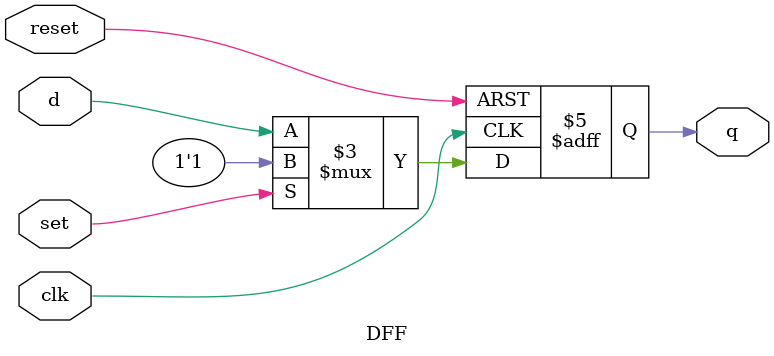
<source format=v>
`timescale 1ns / 1ps
module DFF(input clk, d, reset,set, output reg q);
always@(posedge clk, posedge reset)
begin
if(reset)
q<=0;
else if (set)
q<=1;
else
q<=d;
end
endmodule
</source>
